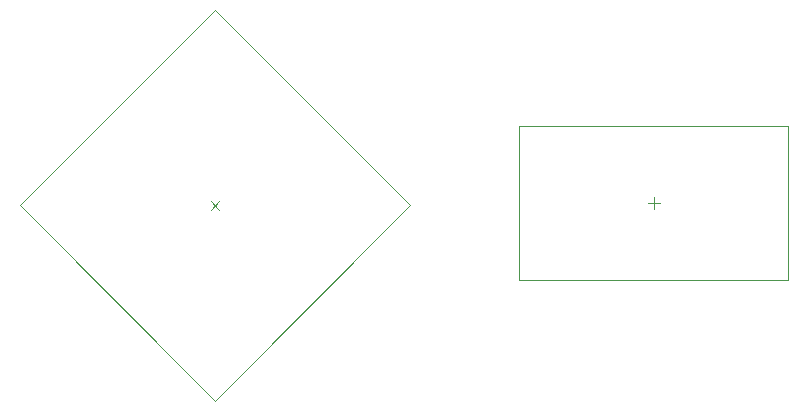
<source format=gbr>
%TF.GenerationSoftware,Altium Limited,Altium Designer,23.1.1 (15)*%
G04 Layer_Color=32768*
%FSLAX45Y45*%
%MOMM*%
%TF.SameCoordinates,5129EF4F-D339-4E8A-A4D9-011D67CBAE45*%
%TF.FilePolarity,Positive*%
%TF.FileFunction,Other,Mechanical_15*%
%TF.Part,Single*%
G01*
G75*
%TA.AperFunction,NonConductor*%
%ADD164C,0.10000*%
%ADD165C,0.05000*%
D164*
X1015349Y-15855046D02*
X1086058Y-15925754D01*
X1015349D02*
X1086058Y-15855046D01*
X4765039Y-15919923D02*
Y-15819917D01*
X4715037Y-15869920D02*
X4815042D01*
D165*
X1050701Y-17545030D02*
X2705333Y-15890398D01*
X-603926D02*
X1050701Y-14235771D01*
X-603926Y-15890398D02*
X1050701Y-17545030D01*
Y-14235771D02*
X2705333Y-15890398D01*
X3625042Y-16524921D02*
X5905037D01*
X3625042Y-15214920D02*
X5905037D01*
Y-16524921D02*
Y-15214920D01*
X3625042Y-16524921D02*
Y-15214920D01*
%TF.MD5,215607a58f27f430f8eaf9f3b47a03a1*%
M02*

</source>
